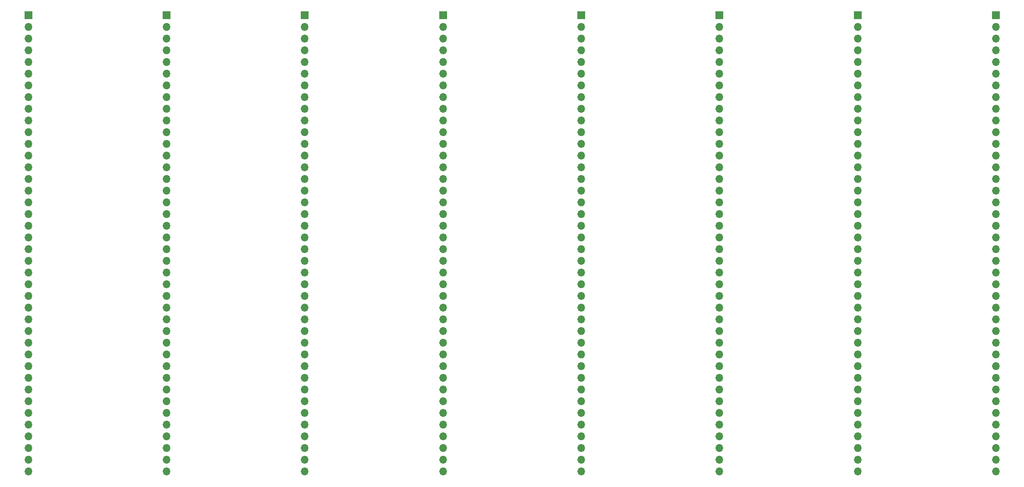
<source format=gts>
%TF.GenerationSoftware,KiCad,Pcbnew,7.0.1*%
%TF.CreationDate,2024-02-11T09:16:21+00:00*%
%TF.ProjectId,Sys09Backplane,53797330-3942-4616-936b-706c616e652e,rev?*%
%TF.SameCoordinates,Original*%
%TF.FileFunction,Soldermask,Top*%
%TF.FilePolarity,Negative*%
%FSLAX46Y46*%
G04 Gerber Fmt 4.6, Leading zero omitted, Abs format (unit mm)*
G04 Created by KiCad (PCBNEW 7.0.1) date 2024-02-11 09:16:21*
%MOMM*%
%LPD*%
G01*
G04 APERTURE LIST*
%ADD10R,1.700000X1.700000*%
%ADD11O,1.700000X1.700000*%
G04 APERTURE END LIST*
D10*
%TO.C,J3*%
X90000000Y-31475000D03*
D11*
X90000000Y-34015000D03*
X90000000Y-36555000D03*
X90000000Y-39095000D03*
X90000000Y-41635000D03*
X90000000Y-44175000D03*
X90000000Y-46715000D03*
X90000000Y-49255000D03*
X90000000Y-51795000D03*
X90000000Y-54335000D03*
X90000000Y-56875000D03*
X90000000Y-59415000D03*
X90000000Y-61955000D03*
X90000000Y-64495000D03*
X90000000Y-67035000D03*
X90000000Y-69575000D03*
X90000000Y-72115000D03*
X90000000Y-74655000D03*
X90000000Y-77195000D03*
X90000000Y-79735000D03*
X90000000Y-82275000D03*
X90000000Y-84815000D03*
X90000000Y-87355000D03*
X90000000Y-89895000D03*
X90000000Y-92435000D03*
X90000000Y-94975000D03*
X90000000Y-97515000D03*
X90000000Y-100055000D03*
X90000000Y-102595000D03*
X90000000Y-105135000D03*
X90000000Y-107675000D03*
X90000000Y-110215000D03*
X90000000Y-112755000D03*
X90000000Y-115295000D03*
X90000000Y-117835000D03*
X90000000Y-120375000D03*
X90000000Y-122915000D03*
X90000000Y-125455000D03*
X90000000Y-127995000D03*
X90000000Y-130535000D03*
%TD*%
D10*
%TO.C,J7*%
X210000000Y-31475000D03*
D11*
X210000000Y-34015000D03*
X210000000Y-36555000D03*
X210000000Y-39095000D03*
X210000000Y-41635000D03*
X210000000Y-44175000D03*
X210000000Y-46715000D03*
X210000000Y-49255000D03*
X210000000Y-51795000D03*
X210000000Y-54335000D03*
X210000000Y-56875000D03*
X210000000Y-59415000D03*
X210000000Y-61955000D03*
X210000000Y-64495000D03*
X210000000Y-67035000D03*
X210000000Y-69575000D03*
X210000000Y-72115000D03*
X210000000Y-74655000D03*
X210000000Y-77195000D03*
X210000000Y-79735000D03*
X210000000Y-82275000D03*
X210000000Y-84815000D03*
X210000000Y-87355000D03*
X210000000Y-89895000D03*
X210000000Y-92435000D03*
X210000000Y-94975000D03*
X210000000Y-97515000D03*
X210000000Y-100055000D03*
X210000000Y-102595000D03*
X210000000Y-105135000D03*
X210000000Y-107675000D03*
X210000000Y-110215000D03*
X210000000Y-112755000D03*
X210000000Y-115295000D03*
X210000000Y-117835000D03*
X210000000Y-120375000D03*
X210000000Y-122915000D03*
X210000000Y-125455000D03*
X210000000Y-127995000D03*
X210000000Y-130535000D03*
%TD*%
D10*
%TO.C,J2*%
X60000000Y-31475000D03*
D11*
X60000000Y-34015000D03*
X60000000Y-36555000D03*
X60000000Y-39095000D03*
X60000000Y-41635000D03*
X60000000Y-44175000D03*
X60000000Y-46715000D03*
X60000000Y-49255000D03*
X60000000Y-51795000D03*
X60000000Y-54335000D03*
X60000000Y-56875000D03*
X60000000Y-59415000D03*
X60000000Y-61955000D03*
X60000000Y-64495000D03*
X60000000Y-67035000D03*
X60000000Y-69575000D03*
X60000000Y-72115000D03*
X60000000Y-74655000D03*
X60000000Y-77195000D03*
X60000000Y-79735000D03*
X60000000Y-82275000D03*
X60000000Y-84815000D03*
X60000000Y-87355000D03*
X60000000Y-89895000D03*
X60000000Y-92435000D03*
X60000000Y-94975000D03*
X60000000Y-97515000D03*
X60000000Y-100055000D03*
X60000000Y-102595000D03*
X60000000Y-105135000D03*
X60000000Y-107675000D03*
X60000000Y-110215000D03*
X60000000Y-112755000D03*
X60000000Y-115295000D03*
X60000000Y-117835000D03*
X60000000Y-120375000D03*
X60000000Y-122915000D03*
X60000000Y-125455000D03*
X60000000Y-127995000D03*
X60000000Y-130535000D03*
%TD*%
D10*
%TO.C,J4*%
X120000000Y-31475000D03*
D11*
X120000000Y-34015000D03*
X120000000Y-36555000D03*
X120000000Y-39095000D03*
X120000000Y-41635000D03*
X120000000Y-44175000D03*
X120000000Y-46715000D03*
X120000000Y-49255000D03*
X120000000Y-51795000D03*
X120000000Y-54335000D03*
X120000000Y-56875000D03*
X120000000Y-59415000D03*
X120000000Y-61955000D03*
X120000000Y-64495000D03*
X120000000Y-67035000D03*
X120000000Y-69575000D03*
X120000000Y-72115000D03*
X120000000Y-74655000D03*
X120000000Y-77195000D03*
X120000000Y-79735000D03*
X120000000Y-82275000D03*
X120000000Y-84815000D03*
X120000000Y-87355000D03*
X120000000Y-89895000D03*
X120000000Y-92435000D03*
X120000000Y-94975000D03*
X120000000Y-97515000D03*
X120000000Y-100055000D03*
X120000000Y-102595000D03*
X120000000Y-105135000D03*
X120000000Y-107675000D03*
X120000000Y-110215000D03*
X120000000Y-112755000D03*
X120000000Y-115295000D03*
X120000000Y-117835000D03*
X120000000Y-120375000D03*
X120000000Y-122915000D03*
X120000000Y-125455000D03*
X120000000Y-127995000D03*
X120000000Y-130535000D03*
%TD*%
D10*
%TO.C,J5*%
X150000000Y-31475000D03*
D11*
X150000000Y-34015000D03*
X150000000Y-36555000D03*
X150000000Y-39095000D03*
X150000000Y-41635000D03*
X150000000Y-44175000D03*
X150000000Y-46715000D03*
X150000000Y-49255000D03*
X150000000Y-51795000D03*
X150000000Y-54335000D03*
X150000000Y-56875000D03*
X150000000Y-59415000D03*
X150000000Y-61955000D03*
X150000000Y-64495000D03*
X150000000Y-67035000D03*
X150000000Y-69575000D03*
X150000000Y-72115000D03*
X150000000Y-74655000D03*
X150000000Y-77195000D03*
X150000000Y-79735000D03*
X150000000Y-82275000D03*
X150000000Y-84815000D03*
X150000000Y-87355000D03*
X150000000Y-89895000D03*
X150000000Y-92435000D03*
X150000000Y-94975000D03*
X150000000Y-97515000D03*
X150000000Y-100055000D03*
X150000000Y-102595000D03*
X150000000Y-105135000D03*
X150000000Y-107675000D03*
X150000000Y-110215000D03*
X150000000Y-112755000D03*
X150000000Y-115295000D03*
X150000000Y-117835000D03*
X150000000Y-120375000D03*
X150000000Y-122915000D03*
X150000000Y-125455000D03*
X150000000Y-127995000D03*
X150000000Y-130535000D03*
%TD*%
D10*
%TO.C,J1*%
X30000000Y-31475000D03*
D11*
X30000000Y-34015000D03*
X30000000Y-36555000D03*
X30000000Y-39095000D03*
X30000000Y-41635000D03*
X30000000Y-44175000D03*
X30000000Y-46715000D03*
X30000000Y-49255000D03*
X30000000Y-51795000D03*
X30000000Y-54335000D03*
X30000000Y-56875000D03*
X30000000Y-59415000D03*
X30000000Y-61955000D03*
X30000000Y-64495000D03*
X30000000Y-67035000D03*
X30000000Y-69575000D03*
X30000000Y-72115000D03*
X30000000Y-74655000D03*
X30000000Y-77195000D03*
X30000000Y-79735000D03*
X30000000Y-82275000D03*
X30000000Y-84815000D03*
X30000000Y-87355000D03*
X30000000Y-89895000D03*
X30000000Y-92435000D03*
X30000000Y-94975000D03*
X30000000Y-97515000D03*
X30000000Y-100055000D03*
X30000000Y-102595000D03*
X30000000Y-105135000D03*
X30000000Y-107675000D03*
X30000000Y-110215000D03*
X30000000Y-112755000D03*
X30000000Y-115295000D03*
X30000000Y-117835000D03*
X30000000Y-120375000D03*
X30000000Y-122915000D03*
X30000000Y-125455000D03*
X30000000Y-127995000D03*
X30000000Y-130535000D03*
%TD*%
D10*
%TO.C,J8*%
X240000000Y-31475000D03*
D11*
X240000000Y-34015000D03*
X240000000Y-36555000D03*
X240000000Y-39095000D03*
X240000000Y-41635000D03*
X240000000Y-44175000D03*
X240000000Y-46715000D03*
X240000000Y-49255000D03*
X240000000Y-51795000D03*
X240000000Y-54335000D03*
X240000000Y-56875000D03*
X240000000Y-59415000D03*
X240000000Y-61955000D03*
X240000000Y-64495000D03*
X240000000Y-67035000D03*
X240000000Y-69575000D03*
X240000000Y-72115000D03*
X240000000Y-74655000D03*
X240000000Y-77195000D03*
X240000000Y-79735000D03*
X240000000Y-82275000D03*
X240000000Y-84815000D03*
X240000000Y-87355000D03*
X240000000Y-89895000D03*
X240000000Y-92435000D03*
X240000000Y-94975000D03*
X240000000Y-97515000D03*
X240000000Y-100055000D03*
X240000000Y-102595000D03*
X240000000Y-105135000D03*
X240000000Y-107675000D03*
X240000000Y-110215000D03*
X240000000Y-112755000D03*
X240000000Y-115295000D03*
X240000000Y-117835000D03*
X240000000Y-120375000D03*
X240000000Y-122915000D03*
X240000000Y-125455000D03*
X240000000Y-127995000D03*
X240000000Y-130535000D03*
%TD*%
D10*
%TO.C,J6*%
X180000000Y-31475000D03*
D11*
X180000000Y-34015000D03*
X180000000Y-36555000D03*
X180000000Y-39095000D03*
X180000000Y-41635000D03*
X180000000Y-44175000D03*
X180000000Y-46715000D03*
X180000000Y-49255000D03*
X180000000Y-51795000D03*
X180000000Y-54335000D03*
X180000000Y-56875000D03*
X180000000Y-59415000D03*
X180000000Y-61955000D03*
X180000000Y-64495000D03*
X180000000Y-67035000D03*
X180000000Y-69575000D03*
X180000000Y-72115000D03*
X180000000Y-74655000D03*
X180000000Y-77195000D03*
X180000000Y-79735000D03*
X180000000Y-82275000D03*
X180000000Y-84815000D03*
X180000000Y-87355000D03*
X180000000Y-89895000D03*
X180000000Y-92435000D03*
X180000000Y-94975000D03*
X180000000Y-97515000D03*
X180000000Y-100055000D03*
X180000000Y-102595000D03*
X180000000Y-105135000D03*
X180000000Y-107675000D03*
X180000000Y-110215000D03*
X180000000Y-112755000D03*
X180000000Y-115295000D03*
X180000000Y-117835000D03*
X180000000Y-120375000D03*
X180000000Y-122915000D03*
X180000000Y-125455000D03*
X180000000Y-127995000D03*
X180000000Y-130535000D03*
%TD*%
M02*

</source>
